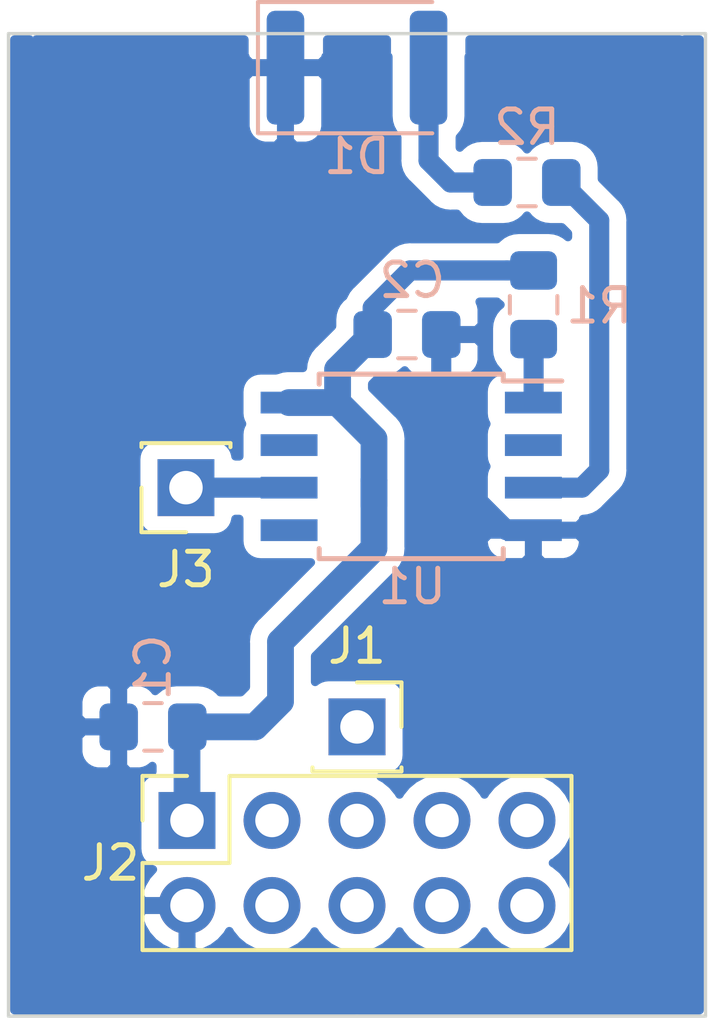
<source format=kicad_pcb>
(kicad_pcb (version 20171130) (host pcbnew 5.0.2+dfsg1-1)

  (general
    (thickness 1.6)
    (drawings 5)
    (tracks 30)
    (zones 0)
    (modules 9)
    (nets 19)
  )

  (page A4)
  (layers
    (0 F.Cu signal)
    (31 B.Cu signal)
    (32 B.Adhes user)
    (33 F.Adhes user)
    (34 B.Paste user)
    (35 F.Paste user)
    (36 B.SilkS user)
    (37 F.SilkS user)
    (38 B.Mask user)
    (39 F.Mask user)
    (40 Dwgs.User user)
    (41 Cmts.User user)
    (42 Eco1.User user)
    (43 Eco2.User user)
    (44 Edge.Cuts user)
    (45 Margin user)
    (46 B.CrtYd user)
    (47 F.CrtYd user)
    (48 B.Fab user hide)
    (49 F.Fab user hide)
  )

  (setup
    (last_trace_width 0.8)
    (user_trace_width 0.3)
    (user_trace_width 0.4)
    (user_trace_width 0.5)
    (user_trace_width 0.6)
    (user_trace_width 0.7)
    (user_trace_width 0.8)
    (user_trace_width 0.9)
    (user_trace_width 1)
    (trace_clearance 0.2)
    (zone_clearance 0.254)
    (zone_45_only no)
    (trace_min 0.2)
    (segment_width 0.2)
    (edge_width 0.1)
    (via_size 0.8)
    (via_drill 0.4)
    (via_min_size 0.4)
    (via_min_drill 0.3)
    (uvia_size 0.3)
    (uvia_drill 0.1)
    (uvias_allowed no)
    (uvia_min_size 0.2)
    (uvia_min_drill 0.1)
    (pcb_text_width 0.3)
    (pcb_text_size 1.5 1.5)
    (mod_edge_width 0.15)
    (mod_text_size 1 1)
    (mod_text_width 0.15)
    (pad_size 1.5 1.5)
    (pad_drill 0.6)
    (pad_to_mask_clearance 0)
    (solder_mask_min_width 0.25)
    (aux_axis_origin 0 0)
    (visible_elements FFFFFF7F)
    (pcbplotparams
      (layerselection 0x01000_fffffffe)
      (usegerberextensions false)
      (usegerberattributes false)
      (usegerberadvancedattributes false)
      (creategerberjobfile false)
      (excludeedgelayer true)
      (linewidth 0.100000)
      (plotframeref false)
      (viasonmask false)
      (mode 1)
      (useauxorigin false)
      (hpglpennumber 1)
      (hpglpenspeed 20)
      (hpglpendiameter 15.000000)
      (psnegative false)
      (psa4output false)
      (plotreference true)
      (plotvalue true)
      (plotinvisibletext false)
      (padsonsilk false)
      (subtractmaskfromsilk false)
      (outputformat 1)
      (mirror false)
      (drillshape 0)
      (scaleselection 1)
      (outputdirectory ""))
  )

  (net 0 "")
  (net 1 GND)
  (net 2 +5V)
  (net 3 "Net-(D1-Pad2)")
  (net 4 "Net-(J1-Pad1)")
  (net 5 "Net-(J2-Pad3)")
  (net 6 "Net-(J2-Pad4)")
  (net 7 "Net-(J2-Pad5)")
  (net 8 "Net-(J2-Pad6)")
  (net 9 "Net-(J2-Pad7)")
  (net 10 "Net-(J2-Pad8)")
  (net 11 "Net-(J2-Pad9)")
  (net 12 "Net-(J2-Pad10)")
  (net 13 "Net-(J3-Pad1)")
  (net 14 "Net-(R1-Pad2)")
  (net 15 "Net-(R2-Pad1)")
  (net 16 "Net-(U1-Pad2)")
  (net 17 "Net-(U1-Pad5)")
  (net 18 "Net-(U1-Pad7)")

  (net_class Default "This is the default net class."
    (clearance 0.2)
    (trace_width 0.25)
    (via_dia 0.8)
    (via_drill 0.4)
    (uvia_dia 0.3)
    (uvia_drill 0.1)
    (add_net +5V)
    (add_net GND)
    (add_net "Net-(D1-Pad2)")
    (add_net "Net-(J1-Pad1)")
    (add_net "Net-(J2-Pad10)")
    (add_net "Net-(J2-Pad3)")
    (add_net "Net-(J2-Pad4)")
    (add_net "Net-(J2-Pad5)")
    (add_net "Net-(J2-Pad6)")
    (add_net "Net-(J2-Pad7)")
    (add_net "Net-(J2-Pad8)")
    (add_net "Net-(J2-Pad9)")
    (add_net "Net-(J3-Pad1)")
    (add_net "Net-(R1-Pad2)")
    (add_net "Net-(R2-Pad1)")
    (add_net "Net-(U1-Pad2)")
    (add_net "Net-(U1-Pad5)")
    (add_net "Net-(U1-Pad7)")
  )

  (module Capacitor_SMD:C_0805_2012Metric_Pad1.15x1.40mm_HandSolder (layer B.Cu) (tedit 5B36C52B) (tstamp 5F680626)
    (at 105.41 98.044 180)
    (descr "Capacitor SMD 0805 (2012 Metric), square (rectangular) end terminal, IPC_7351 nominal with elongated pad for handsoldering. (Body size source: https://docs.google.com/spreadsheets/d/1BsfQQcO9C6DZCsRaXUlFlo91Tg2WpOkGARC1WS5S8t0/edit?usp=sharing), generated with kicad-footprint-generator")
    (tags "capacitor handsolder")
    (path /5F65D1A4)
    (attr smd)
    (fp_text reference C1 (at 0 1.778 -90) (layer B.SilkS)
      (effects (font (size 1 1) (thickness 0.15)) (justify mirror))
    )
    (fp_text value 10u (at 0 -1.65 180) (layer B.Fab)
      (effects (font (size 1 1) (thickness 0.15)) (justify mirror))
    )
    (fp_text user %R (at 0 0 180) (layer B.Fab)
      (effects (font (size 0.5 0.5) (thickness 0.08)) (justify mirror))
    )
    (fp_line (start 1.85 -0.95) (end -1.85 -0.95) (layer B.CrtYd) (width 0.05))
    (fp_line (start 1.85 0.95) (end 1.85 -0.95) (layer B.CrtYd) (width 0.05))
    (fp_line (start -1.85 0.95) (end 1.85 0.95) (layer B.CrtYd) (width 0.05))
    (fp_line (start -1.85 -0.95) (end -1.85 0.95) (layer B.CrtYd) (width 0.05))
    (fp_line (start -0.261252 -0.71) (end 0.261252 -0.71) (layer B.SilkS) (width 0.12))
    (fp_line (start -0.261252 0.71) (end 0.261252 0.71) (layer B.SilkS) (width 0.12))
    (fp_line (start 1 -0.6) (end -1 -0.6) (layer B.Fab) (width 0.1))
    (fp_line (start 1 0.6) (end 1 -0.6) (layer B.Fab) (width 0.1))
    (fp_line (start -1 0.6) (end 1 0.6) (layer B.Fab) (width 0.1))
    (fp_line (start -1 -0.6) (end -1 0.6) (layer B.Fab) (width 0.1))
    (pad 2 smd roundrect (at 1.025 0 180) (size 1.15 1.4) (layers B.Cu B.Paste B.Mask) (roundrect_rratio 0.217391)
      (net 1 GND))
    (pad 1 smd roundrect (at -1.025 0 180) (size 1.15 1.4) (layers B.Cu B.Paste B.Mask) (roundrect_rratio 0.217391)
      (net 2 +5V))
    (model ${KISYS3DMOD}/Capacitor_SMD.3dshapes/C_0805_2012Metric.wrl
      (at (xyz 0 0 0))
      (scale (xyz 1 1 1))
      (rotate (xyz 0 0 0))
    )
  )

  (module Capacitor_SMD:C_0805_2012Metric_Pad1.15x1.40mm_HandSolder (layer B.Cu) (tedit 5B36C52B) (tstamp 5F67FFF1)
    (at 112.999098 86.328214)
    (descr "Capacitor SMD 0805 (2012 Metric), square (rectangular) end terminal, IPC_7351 nominal with elongated pad for handsoldering. (Body size source: https://docs.google.com/spreadsheets/d/1BsfQQcO9C6DZCsRaXUlFlo91Tg2WpOkGARC1WS5S8t0/edit?usp=sharing), generated with kicad-footprint-generator")
    (tags "capacitor handsolder")
    (path /5F65D118)
    (attr smd)
    (fp_text reference C2 (at 0.157902 -1.619214) (layer B.SilkS)
      (effects (font (size 1 1) (thickness 0.15)) (justify mirror))
    )
    (fp_text value 100n (at 0 -1.65) (layer B.Fab)
      (effects (font (size 1 1) (thickness 0.15)) (justify mirror))
    )
    (fp_line (start -1 -0.6) (end -1 0.6) (layer B.Fab) (width 0.1))
    (fp_line (start -1 0.6) (end 1 0.6) (layer B.Fab) (width 0.1))
    (fp_line (start 1 0.6) (end 1 -0.6) (layer B.Fab) (width 0.1))
    (fp_line (start 1 -0.6) (end -1 -0.6) (layer B.Fab) (width 0.1))
    (fp_line (start -0.261252 0.71) (end 0.261252 0.71) (layer B.SilkS) (width 0.12))
    (fp_line (start -0.261252 -0.71) (end 0.261252 -0.71) (layer B.SilkS) (width 0.12))
    (fp_line (start -1.85 -0.95) (end -1.85 0.95) (layer B.CrtYd) (width 0.05))
    (fp_line (start -1.85 0.95) (end 1.85 0.95) (layer B.CrtYd) (width 0.05))
    (fp_line (start 1.85 0.95) (end 1.85 -0.95) (layer B.CrtYd) (width 0.05))
    (fp_line (start 1.85 -0.95) (end -1.85 -0.95) (layer B.CrtYd) (width 0.05))
    (fp_text user %R (at 0 0) (layer B.Fab)
      (effects (font (size 0.5 0.5) (thickness 0.08)) (justify mirror))
    )
    (pad 1 smd roundrect (at -1.025 0) (size 1.15 1.4) (layers B.Cu B.Paste B.Mask) (roundrect_rratio 0.217391)
      (net 2 +5V))
    (pad 2 smd roundrect (at 1.025 0) (size 1.15 1.4) (layers B.Cu B.Paste B.Mask) (roundrect_rratio 0.217391)
      (net 1 GND))
    (model ${KISYS3DMOD}/Capacitor_SMD.3dshapes/C_0805_2012Metric.wrl
      (at (xyz 0 0 0))
      (scale (xyz 1 1 1))
      (rotate (xyz 0 0 0))
    )
  )

  (module Diode_SMD:D_1812_4532Metric (layer B.Cu) (tedit 5B301BBE) (tstamp 5F680E71)
    (at 111.506 78.359)
    (descr "Diode SMD 1812 (4532 Metric), square (rectangular) end terminal, IPC_7351 nominal, (Body size source: https://www.nikhef.nl/pub/departments/mt/projects/detectorR_D/dtddice/ERJ2G.pdf), generated with kicad-footprint-generator")
    (tags diode)
    (path /5F67C33C)
    (attr smd)
    (fp_text reference D1 (at 0 2.65) (layer B.SilkS)
      (effects (font (size 1 1) (thickness 0.15)) (justify mirror))
    )
    (fp_text value IR (at 0 -2.65) (layer B.Fab)
      (effects (font (size 1 1) (thickness 0.15)) (justify mirror))
    )
    (fp_line (start 2.25 1.6) (end -1.45 1.6) (layer B.Fab) (width 0.1))
    (fp_line (start -1.45 1.6) (end -2.25 0.8) (layer B.Fab) (width 0.1))
    (fp_line (start -2.25 0.8) (end -2.25 -1.6) (layer B.Fab) (width 0.1))
    (fp_line (start -2.25 -1.6) (end 2.25 -1.6) (layer B.Fab) (width 0.1))
    (fp_line (start 2.25 -1.6) (end 2.25 1.6) (layer B.Fab) (width 0.1))
    (fp_line (start 2.25 1.96) (end -2.96 1.96) (layer B.SilkS) (width 0.12))
    (fp_line (start -2.96 1.96) (end -2.96 -1.96) (layer B.SilkS) (width 0.12))
    (fp_line (start -2.96 -1.96) (end 2.25 -1.96) (layer B.SilkS) (width 0.12))
    (fp_line (start -2.95 -1.95) (end -2.95 1.95) (layer B.CrtYd) (width 0.05))
    (fp_line (start -2.95 1.95) (end 2.95 1.95) (layer B.CrtYd) (width 0.05))
    (fp_line (start 2.95 1.95) (end 2.95 -1.95) (layer B.CrtYd) (width 0.05))
    (fp_line (start 2.95 -1.95) (end -2.95 -1.95) (layer B.CrtYd) (width 0.05))
    (fp_text user %R (at 0 0) (layer B.Fab)
      (effects (font (size 1 1) (thickness 0.15)) (justify mirror))
    )
    (pad 1 smd roundrect (at -2.1375 0) (size 1.125 3.4) (layers B.Cu B.Paste B.Mask) (roundrect_rratio 0.222222)
      (net 1 GND))
    (pad 2 smd roundrect (at 2.1375 0) (size 1.125 3.4) (layers B.Cu B.Paste B.Mask) (roundrect_rratio 0.222222)
      (net 3 "Net-(D1-Pad2)"))
    (model ${KISYS3DMOD}/Diode_SMD.3dshapes/D_1812_4532Metric.wrl
      (at (xyz 0 0 0))
      (scale (xyz 1 1 1))
      (rotate (xyz 0 0 0))
    )
  )

  (module Connector_PinSocket_2.54mm:PinSocket_1x01_P2.54mm_Vertical (layer F.Cu) (tedit 5A19A434) (tstamp 5F680018)
    (at 111.506 98.044)
    (descr "Through hole straight socket strip, 1x01, 2.54mm pitch, single row (from Kicad 4.0.7), script generated")
    (tags "Through hole socket strip THT 1x01 2.54mm single row")
    (path /5F65CD21)
    (fp_text reference J1 (at 0 -2.413) (layer F.SilkS)
      (effects (font (size 1 1) (thickness 0.15)))
    )
    (fp_text value Notch (at 0 2.77) (layer F.Fab)
      (effects (font (size 1 1) (thickness 0.15)))
    )
    (fp_line (start -1.27 -1.27) (end 0.635 -1.27) (layer F.Fab) (width 0.1))
    (fp_line (start 0.635 -1.27) (end 1.27 -0.635) (layer F.Fab) (width 0.1))
    (fp_line (start 1.27 -0.635) (end 1.27 1.27) (layer F.Fab) (width 0.1))
    (fp_line (start 1.27 1.27) (end -1.27 1.27) (layer F.Fab) (width 0.1))
    (fp_line (start -1.27 1.27) (end -1.27 -1.27) (layer F.Fab) (width 0.1))
    (fp_line (start -1.33 1.33) (end 1.33 1.33) (layer F.SilkS) (width 0.12))
    (fp_line (start -1.33 1.21) (end -1.33 1.33) (layer F.SilkS) (width 0.12))
    (fp_line (start 1.33 1.21) (end 1.33 1.33) (layer F.SilkS) (width 0.12))
    (fp_line (start 1.33 -1.33) (end 1.33 0) (layer F.SilkS) (width 0.12))
    (fp_line (start 0 -1.33) (end 1.33 -1.33) (layer F.SilkS) (width 0.12))
    (fp_line (start -1.8 -1.8) (end 1.75 -1.8) (layer F.CrtYd) (width 0.05))
    (fp_line (start 1.75 -1.8) (end 1.75 1.75) (layer F.CrtYd) (width 0.05))
    (fp_line (start 1.75 1.75) (end -1.8 1.75) (layer F.CrtYd) (width 0.05))
    (fp_line (start -1.8 1.75) (end -1.8 -1.8) (layer F.CrtYd) (width 0.05))
    (fp_text user %R (at 0 0) (layer F.Fab)
      (effects (font (size 1 1) (thickness 0.15)))
    )
    (pad 1 thru_hole rect (at 0 0) (size 1.7 1.7) (drill 1) (layers *.Cu *.Mask)
      (net 4 "Net-(J1-Pad1)"))
    (model ${KISYS3DMOD}/Connector_PinSocket_2.54mm.3dshapes/PinSocket_1x01_P2.54mm_Vertical.wrl
      (at (xyz 0 0 0))
      (scale (xyz 1 1 1))
      (rotate (xyz 0 0 0))
    )
  )

  (module Connector_PinSocket_2.54mm:PinSocket_2x05_P2.54mm_Vertical (layer F.Cu) (tedit 5A19A42B) (tstamp 5F6E5817)
    (at 106.426 100.838 90)
    (descr "Through hole straight socket strip, 2x05, 2.54mm pitch, double cols (from Kicad 4.0.7), script generated")
    (tags "Through hole socket strip THT 2x05 2.54mm double row")
    (path /5F65C7AC)
    (fp_text reference J2 (at -1.27 -2.286 -180) (layer F.SilkS)
      (effects (font (size 1 1) (thickness 0.15)))
    )
    (fp_text value EXP2 (at -1.27 12.93 90) (layer F.Fab)
      (effects (font (size 1 1) (thickness 0.15)))
    )
    (fp_line (start -3.81 -1.27) (end 0.27 -1.27) (layer F.Fab) (width 0.1))
    (fp_line (start 0.27 -1.27) (end 1.27 -0.27) (layer F.Fab) (width 0.1))
    (fp_line (start 1.27 -0.27) (end 1.27 11.43) (layer F.Fab) (width 0.1))
    (fp_line (start 1.27 11.43) (end -3.81 11.43) (layer F.Fab) (width 0.1))
    (fp_line (start -3.81 11.43) (end -3.81 -1.27) (layer F.Fab) (width 0.1))
    (fp_line (start -3.87 -1.33) (end -1.27 -1.33) (layer F.SilkS) (width 0.12))
    (fp_line (start -3.87 -1.33) (end -3.87 11.49) (layer F.SilkS) (width 0.12))
    (fp_line (start -3.87 11.49) (end 1.33 11.49) (layer F.SilkS) (width 0.12))
    (fp_line (start 1.33 1.27) (end 1.33 11.49) (layer F.SilkS) (width 0.12))
    (fp_line (start -1.27 1.27) (end 1.33 1.27) (layer F.SilkS) (width 0.12))
    (fp_line (start -1.27 -1.33) (end -1.27 1.27) (layer F.SilkS) (width 0.12))
    (fp_line (start 1.33 -1.33) (end 1.33 0) (layer F.SilkS) (width 0.12))
    (fp_line (start 0 -1.33) (end 1.33 -1.33) (layer F.SilkS) (width 0.12))
    (fp_line (start -4.34 -1.8) (end 1.76 -1.8) (layer F.CrtYd) (width 0.05))
    (fp_line (start 1.76 -1.8) (end 1.76 11.9) (layer F.CrtYd) (width 0.05))
    (fp_line (start 1.76 11.9) (end -4.34 11.9) (layer F.CrtYd) (width 0.05))
    (fp_line (start -4.34 11.9) (end -4.34 -1.8) (layer F.CrtYd) (width 0.05))
    (fp_text user %R (at -1.27 5.08 -180) (layer F.Fab)
      (effects (font (size 1 1) (thickness 0.15)))
    )
    (pad 1 thru_hole rect (at 0 0 90) (size 1.7 1.7) (drill 1) (layers *.Cu *.Mask)
      (net 2 +5V))
    (pad 2 thru_hole oval (at -2.54 0 90) (size 1.7 1.7) (drill 1) (layers *.Cu *.Mask)
      (net 1 GND))
    (pad 3 thru_hole oval (at 0 2.54 90) (size 1.7 1.7) (drill 1) (layers *.Cu *.Mask)
      (net 5 "Net-(J2-Pad3)"))
    (pad 4 thru_hole oval (at -2.54 2.54 90) (size 1.7 1.7) (drill 1) (layers *.Cu *.Mask)
      (net 6 "Net-(J2-Pad4)"))
    (pad 5 thru_hole oval (at 0 5.08 90) (size 1.7 1.7) (drill 1) (layers *.Cu *.Mask)
      (net 7 "Net-(J2-Pad5)"))
    (pad 6 thru_hole oval (at -2.54 5.08 90) (size 1.7 1.7) (drill 1) (layers *.Cu *.Mask)
      (net 8 "Net-(J2-Pad6)"))
    (pad 7 thru_hole oval (at 0 7.62 90) (size 1.7 1.7) (drill 1) (layers *.Cu *.Mask)
      (net 9 "Net-(J2-Pad7)"))
    (pad 8 thru_hole oval (at -2.54 7.62 90) (size 1.7 1.7) (drill 1) (layers *.Cu *.Mask)
      (net 10 "Net-(J2-Pad8)"))
    (pad 9 thru_hole oval (at 0 10.16 90) (size 1.7 1.7) (drill 1) (layers *.Cu *.Mask)
      (net 11 "Net-(J2-Pad9)"))
    (pad 10 thru_hole oval (at -2.54 10.16 90) (size 1.7 1.7) (drill 1) (layers *.Cu *.Mask)
      (net 12 "Net-(J2-Pad10)"))
    (model ${KISYS3DMOD}/Connector_PinSocket_2.54mm.3dshapes/PinSocket_2x05_P2.54mm_Vertical.wrl
      (at (xyz 0 0 0))
      (scale (xyz 1 1 1))
      (rotate (xyz 0 0 0))
    )
  )

  (module Connector_PinSocket_2.54mm:PinSocket_1x01_P2.54mm_Vertical (layer F.Cu) (tedit 5A19A434) (tstamp 5F680689)
    (at 106.395098 90.900214 180)
    (descr "Through hole straight socket strip, 1x01, 2.54mm pitch, single row (from Kicad 4.0.7), script generated")
    (tags "Through hole socket strip THT 1x01 2.54mm single row")
    (path /5F6623C7)
    (fp_text reference J3 (at 0 -2.444786 180) (layer F.SilkS)
      (effects (font (size 1 1) (thickness 0.15)))
    )
    (fp_text value PIN29 (at 0 2.77 180) (layer F.Fab)
      (effects (font (size 1 1) (thickness 0.15)))
    )
    (fp_text user %R (at 0 0 180) (layer F.Fab)
      (effects (font (size 1 1) (thickness 0.15)))
    )
    (fp_line (start -1.8 1.75) (end -1.8 -1.8) (layer F.CrtYd) (width 0.05))
    (fp_line (start 1.75 1.75) (end -1.8 1.75) (layer F.CrtYd) (width 0.05))
    (fp_line (start 1.75 -1.8) (end 1.75 1.75) (layer F.CrtYd) (width 0.05))
    (fp_line (start -1.8 -1.8) (end 1.75 -1.8) (layer F.CrtYd) (width 0.05))
    (fp_line (start 0 -1.33) (end 1.33 -1.33) (layer F.SilkS) (width 0.12))
    (fp_line (start 1.33 -1.33) (end 1.33 0) (layer F.SilkS) (width 0.12))
    (fp_line (start 1.33 1.21) (end 1.33 1.33) (layer F.SilkS) (width 0.12))
    (fp_line (start -1.33 1.21) (end -1.33 1.33) (layer F.SilkS) (width 0.12))
    (fp_line (start -1.33 1.33) (end 1.33 1.33) (layer F.SilkS) (width 0.12))
    (fp_line (start -1.27 1.27) (end -1.27 -1.27) (layer F.Fab) (width 0.1))
    (fp_line (start 1.27 1.27) (end -1.27 1.27) (layer F.Fab) (width 0.1))
    (fp_line (start 1.27 -0.635) (end 1.27 1.27) (layer F.Fab) (width 0.1))
    (fp_line (start 0.635 -1.27) (end 1.27 -0.635) (layer F.Fab) (width 0.1))
    (fp_line (start -1.27 -1.27) (end 0.635 -1.27) (layer F.Fab) (width 0.1))
    (pad 1 thru_hole rect (at 0 0 180) (size 1.7 1.7) (drill 1) (layers *.Cu *.Mask)
      (net 13 "Net-(J3-Pad1)"))
    (model ${KISYS3DMOD}/Connector_PinSocket_2.54mm.3dshapes/PinSocket_1x01_P2.54mm_Vertical.wrl
      (at (xyz 0 0 0))
      (scale (xyz 1 1 1))
      (rotate (xyz 0 0 0))
    )
  )

  (module Resistor_SMD:R_0805_2012Metric_Pad1.15x1.40mm_HandSolder (layer B.Cu) (tedit 5B36C52B) (tstamp 5F6807B4)
    (at 116.783698 85.439214 270)
    (descr "Resistor SMD 0805 (2012 Metric), square (rectangular) end terminal, IPC_7351 nominal with elongated pad for handsoldering. (Body size source: https://docs.google.com/spreadsheets/d/1BsfQQcO9C6DZCsRaXUlFlo91Tg2WpOkGARC1WS5S8t0/edit?usp=sharing), generated with kicad-footprint-generator")
    (tags "resistor handsolder")
    (path /5F65E811)
    (attr smd)
    (fp_text reference R1 (at 0.031786 -1.961302) (layer B.SilkS)
      (effects (font (size 1 1) (thickness 0.15)) (justify mirror))
    )
    (fp_text value 10k (at 0 -1.65 270) (layer B.Fab)
      (effects (font (size 1 1) (thickness 0.15)) (justify mirror))
    )
    (fp_line (start -1 -0.6) (end -1 0.6) (layer B.Fab) (width 0.1))
    (fp_line (start -1 0.6) (end 1 0.6) (layer B.Fab) (width 0.1))
    (fp_line (start 1 0.6) (end 1 -0.6) (layer B.Fab) (width 0.1))
    (fp_line (start 1 -0.6) (end -1 -0.6) (layer B.Fab) (width 0.1))
    (fp_line (start -0.261252 0.71) (end 0.261252 0.71) (layer B.SilkS) (width 0.12))
    (fp_line (start -0.261252 -0.71) (end 0.261252 -0.71) (layer B.SilkS) (width 0.12))
    (fp_line (start -1.85 -0.95) (end -1.85 0.95) (layer B.CrtYd) (width 0.05))
    (fp_line (start -1.85 0.95) (end 1.85 0.95) (layer B.CrtYd) (width 0.05))
    (fp_line (start 1.85 0.95) (end 1.85 -0.95) (layer B.CrtYd) (width 0.05))
    (fp_line (start 1.85 -0.95) (end -1.85 -0.95) (layer B.CrtYd) (width 0.05))
    (fp_text user %R (at 0 0 270) (layer B.Fab)
      (effects (font (size 0.5 0.5) (thickness 0.08)) (justify mirror))
    )
    (pad 1 smd roundrect (at -1.025 0 270) (size 1.15 1.4) (layers B.Cu B.Paste B.Mask) (roundrect_rratio 0.217391)
      (net 2 +5V))
    (pad 2 smd roundrect (at 1.025 0 270) (size 1.15 1.4) (layers B.Cu B.Paste B.Mask) (roundrect_rratio 0.217391)
      (net 14 "Net-(R1-Pad2)"))
    (model ${KISYS3DMOD}/Resistor_SMD.3dshapes/R_0805_2012Metric.wrl
      (at (xyz 0 0 0))
      (scale (xyz 1 1 1))
      (rotate (xyz 0 0 0))
    )
  )

  (module Resistor_SMD:R_0805_2012Metric_Pad1.15x1.40mm_HandSolder (layer B.Cu) (tedit 5B36C52B) (tstamp 5F68006E)
    (at 116.586 81.788 180)
    (descr "Resistor SMD 0805 (2012 Metric), square (rectangular) end terminal, IPC_7351 nominal with elongated pad for handsoldering. (Body size source: https://docs.google.com/spreadsheets/d/1BsfQQcO9C6DZCsRaXUlFlo91Tg2WpOkGARC1WS5S8t0/edit?usp=sharing), generated with kicad-footprint-generator")
    (tags "resistor handsolder")
    (path /5F6795E6)
    (attr smd)
    (fp_text reference R2 (at 0 1.65 180) (layer B.SilkS)
      (effects (font (size 1 1) (thickness 0.15)) (justify mirror))
    )
    (fp_text value 220R (at 0 -1.65 180) (layer B.Fab)
      (effects (font (size 1 1) (thickness 0.15)) (justify mirror))
    )
    (fp_line (start -1 -0.6) (end -1 0.6) (layer B.Fab) (width 0.1))
    (fp_line (start -1 0.6) (end 1 0.6) (layer B.Fab) (width 0.1))
    (fp_line (start 1 0.6) (end 1 -0.6) (layer B.Fab) (width 0.1))
    (fp_line (start 1 -0.6) (end -1 -0.6) (layer B.Fab) (width 0.1))
    (fp_line (start -0.261252 0.71) (end 0.261252 0.71) (layer B.SilkS) (width 0.12))
    (fp_line (start -0.261252 -0.71) (end 0.261252 -0.71) (layer B.SilkS) (width 0.12))
    (fp_line (start -1.85 -0.95) (end -1.85 0.95) (layer B.CrtYd) (width 0.05))
    (fp_line (start -1.85 0.95) (end 1.85 0.95) (layer B.CrtYd) (width 0.05))
    (fp_line (start 1.85 0.95) (end 1.85 -0.95) (layer B.CrtYd) (width 0.05))
    (fp_line (start 1.85 -0.95) (end -1.85 -0.95) (layer B.CrtYd) (width 0.05))
    (fp_text user %R (at 0 0 180) (layer B.Fab)
      (effects (font (size 0.5 0.5) (thickness 0.08)) (justify mirror))
    )
    (pad 1 smd roundrect (at -1.025 0 180) (size 1.15 1.4) (layers B.Cu B.Paste B.Mask) (roundrect_rratio 0.217391)
      (net 15 "Net-(R2-Pad1)"))
    (pad 2 smd roundrect (at 1.025 0 180) (size 1.15 1.4) (layers B.Cu B.Paste B.Mask) (roundrect_rratio 0.217391)
      (net 3 "Net-(D1-Pad2)"))
    (model ${KISYS3DMOD}/Resistor_SMD.3dshapes/R_0805_2012Metric.wrl
      (at (xyz 0 0 0))
      (scale (xyz 1 1 1))
      (rotate (xyz 0 0 0))
    )
  )

  (module Package_SO:SOIJ-8_5.3x5.3mm_P1.27mm (layer B.Cu) (tedit 5A02F2D3) (tstamp 5F68055A)
    (at 113.126098 90.265214 180)
    (descr "8-Lead Plastic Small Outline (SM) - Medium, 5.28 mm Body [SOIC] (see Microchip Packaging Specification 00000049BS.pdf)")
    (tags "SOIC 1.27")
    (path /5F65C522)
    (attr smd)
    (fp_text reference U1 (at -0.030902 -3.587786 180) (layer B.SilkS)
      (effects (font (size 1 1) (thickness 0.15)) (justify mirror))
    )
    (fp_text value ATtiny13A-SU (at 0 -3.68 180) (layer B.Fab)
      (effects (font (size 1 1) (thickness 0.15)) (justify mirror))
    )
    (fp_text user %R (at 0 0 180) (layer B.Fab)
      (effects (font (size 1 1) (thickness 0.15)) (justify mirror))
    )
    (fp_line (start -1.65 2.65) (end 2.65 2.65) (layer B.Fab) (width 0.15))
    (fp_line (start 2.65 2.65) (end 2.65 -2.65) (layer B.Fab) (width 0.15))
    (fp_line (start 2.65 -2.65) (end -2.65 -2.65) (layer B.Fab) (width 0.15))
    (fp_line (start -2.65 -2.65) (end -2.65 1.65) (layer B.Fab) (width 0.15))
    (fp_line (start -2.65 1.65) (end -1.65 2.65) (layer B.Fab) (width 0.15))
    (fp_line (start -4.75 2.95) (end -4.75 -2.95) (layer B.CrtYd) (width 0.05))
    (fp_line (start 4.75 2.95) (end 4.75 -2.95) (layer B.CrtYd) (width 0.05))
    (fp_line (start -4.75 2.95) (end 4.75 2.95) (layer B.CrtYd) (width 0.05))
    (fp_line (start -4.75 -2.95) (end 4.75 -2.95) (layer B.CrtYd) (width 0.05))
    (fp_line (start -2.75 2.755) (end -2.75 2.55) (layer B.SilkS) (width 0.15))
    (fp_line (start 2.75 2.755) (end 2.75 2.455) (layer B.SilkS) (width 0.15))
    (fp_line (start 2.75 -2.755) (end 2.75 -2.455) (layer B.SilkS) (width 0.15))
    (fp_line (start -2.75 -2.755) (end -2.75 -2.455) (layer B.SilkS) (width 0.15))
    (fp_line (start -2.75 2.755) (end 2.75 2.755) (layer B.SilkS) (width 0.15))
    (fp_line (start -2.75 -2.755) (end 2.75 -2.755) (layer B.SilkS) (width 0.15))
    (fp_line (start -2.75 2.55) (end -4.5 2.55) (layer B.SilkS) (width 0.15))
    (pad 1 smd rect (at -3.65 1.905 180) (size 1.7 0.65) (layers B.Cu B.Paste B.Mask)
      (net 14 "Net-(R1-Pad2)"))
    (pad 2 smd rect (at -3.65 0.635 180) (size 1.7 0.65) (layers B.Cu B.Paste B.Mask)
      (net 16 "Net-(U1-Pad2)"))
    (pad 3 smd rect (at -3.65 -0.635 180) (size 1.7 0.65) (layers B.Cu B.Paste B.Mask)
      (net 15 "Net-(R2-Pad1)"))
    (pad 4 smd rect (at -3.65 -1.905 180) (size 1.7 0.65) (layers B.Cu B.Paste B.Mask)
      (net 1 GND))
    (pad 5 smd rect (at 3.65 -1.905 180) (size 1.7 0.65) (layers B.Cu B.Paste B.Mask)
      (net 17 "Net-(U1-Pad5)"))
    (pad 6 smd rect (at 3.65 -0.635 180) (size 1.7 0.65) (layers B.Cu B.Paste B.Mask)
      (net 13 "Net-(J3-Pad1)"))
    (pad 7 smd rect (at 3.65 0.635 180) (size 1.7 0.65) (layers B.Cu B.Paste B.Mask)
      (net 18 "Net-(U1-Pad7)"))
    (pad 8 smd rect (at 3.65 1.905 180) (size 1.7 0.65) (layers B.Cu B.Paste B.Mask)
      (net 2 +5V))
    (model ${KISYS3DMOD}/Package_SO.3dshapes/SOIJ-8_5.3x5.3mm_P1.27mm.wrl
      (at (xyz 0 0 0))
      (scale (xyz 1 1 1))
      (rotate (xyz 0 0 0))
    )
  )

  (gr_line (start 101.092 106.68) (end 111.506 106.68) (layer Edge.Cuts) (width 0.1))
  (gr_line (start 101.092 77.343) (end 101.092 106.68) (layer Edge.Cuts) (width 0.1))
  (gr_line (start 121.92 77.343) (end 101.092 77.343) (layer Edge.Cuts) (width 0.1) (tstamp 5F680E96))
  (gr_line (start 121.92 106.68) (end 121.92 77.343) (layer Edge.Cuts) (width 0.1))
  (gr_line (start 111.506 106.68) (end 121.92 106.68) (layer Edge.Cuts) (width 0.1))

  (segment (start 115.971096 92.170214) (end 116.776098 92.170214) (width 0.6) (layer B.Cu) (net 1))
  (segment (start 114.024098 90.223216) (end 115.971096 92.170214) (width 0.6) (layer B.Cu) (net 1))
  (segment (start 114.024098 86.328214) (end 114.024098 90.223216) (width 0.6) (layer B.Cu) (net 1))
  (segment (start 115.983698 84.414214) (end 116.783698 84.414214) (width 0.6) (layer B.Cu) (net 2))
  (segment (start 113.088098 84.414214) (end 115.983698 84.414214) (width 0.6) (layer B.Cu) (net 2))
  (segment (start 111.974098 85.528214) (end 113.088098 84.414214) (width 0.6) (layer B.Cu) (net 2))
  (segment (start 111.974098 86.328214) (end 111.974098 85.528214) (width 0.6) (layer B.Cu) (net 2))
  (segment (start 112.014 89.448116) (end 110.926098 88.360214) (width 0.8) (layer B.Cu) (net 2))
  (segment (start 109.476098 88.360214) (end 110.926098 88.360214) (width 0.8) (layer B.Cu) (net 2))
  (segment (start 110.926098 87.376214) (end 111.974098 86.328214) (width 0.8) (layer B.Cu) (net 2))
  (segment (start 110.926098 88.360214) (end 110.926098 87.376214) (width 0.8) (layer B.Cu) (net 2))
  (segment (start 112.014 90.678) (end 112.014 89.448116) (width 0.8) (layer B.Cu) (net 2))
  (segment (start 112.014 92.71) (end 109.22 95.504) (width 0.8) (layer B.Cu) (net 2))
  (segment (start 112.014 90.678) (end 112.014 92.71) (width 0.8) (layer B.Cu) (net 2))
  (segment (start 112.014 91.44) (end 112.014 90.678) (width 0.8) (layer B.Cu) (net 2))
  (segment (start 109.22 95.504) (end 109.22 97.282) (width 0.8) (layer B.Cu) (net 2))
  (segment (start 109.22 97.282) (end 108.458 98.044) (width 0.8) (layer B.Cu) (net 2))
  (segment (start 108.458 98.044) (end 106.435 98.044) (width 0.8) (layer B.Cu) (net 2))
  (segment (start 106.426 98.053) (end 106.435 98.044) (width 0.8) (layer B.Cu) (net 2))
  (segment (start 106.426 100.838) (end 106.426 98.053) (width 0.8) (layer B.Cu) (net 2))
  (segment (start 115.561 81.788) (end 114.3 81.788) (width 0.6) (layer B.Cu) (net 3))
  (segment (start 113.6435 81.1315) (end 113.6435 78.359) (width 0.6) (layer B.Cu) (net 3))
  (segment (start 114.3 81.788) (end 113.6435 81.1315) (width 0.6) (layer B.Cu) (net 3))
  (segment (start 109.476098 90.900214) (end 106.395098 90.900214) (width 0.6) (layer B.Cu) (net 13))
  (segment (start 116.783698 88.352614) (end 116.776098 88.360214) (width 0.6) (layer B.Cu) (net 14))
  (segment (start 116.783698 86.464214) (end 116.783698 88.352614) (width 0.6) (layer B.Cu) (net 14))
  (segment (start 118.226098 90.900214) (end 118.745 90.381312) (width 0.6) (layer B.Cu) (net 15))
  (segment (start 116.776098 90.900214) (end 118.226098 90.900214) (width 0.6) (layer B.Cu) (net 15))
  (segment (start 118.745 82.922) (end 117.611 81.788) (width 0.6) (layer B.Cu) (net 15))
  (segment (start 118.745 90.381312) (end 118.745 82.922) (width 0.6) (layer B.Cu) (net 15))

  (zone (net 1) (net_name GND) (layer B.Cu) (tstamp 5F6E5AC7) (hatch edge 0.508)
    (connect_pads (clearance 0.508))
    (min_thickness 0.254)
    (fill yes (arc_segments 32) (thermal_gap 0.508) (thermal_bridge_width 0.508))
    (polygon
      (pts
        (xy 101.092 106.68) (xy 121.92 106.68) (xy 121.92 77.343) (xy 101.092 77.343)
      )
    )
    (filled_polygon
      (pts
        (xy 108.171 78.07325) (xy 108.32975 78.232) (xy 109.2415 78.232) (xy 109.2415 78.212) (xy 109.4955 78.212)
        (xy 109.4955 78.232) (xy 110.40725 78.232) (xy 110.566 78.07325) (xy 110.566 78.028) (xy 112.442928 78.028)
        (xy 112.442928 79.809001) (xy 112.459992 79.982255) (xy 112.510528 80.148851) (xy 112.592595 80.302387) (xy 112.703038 80.436962)
        (xy 112.7085 80.441445) (xy 112.7085 81.085568) (xy 112.703976 81.1315) (xy 112.7085 81.177431) (xy 112.722029 81.314791)
        (xy 112.775493 81.491039) (xy 112.862314 81.653471) (xy 112.979156 81.795844) (xy 113.014841 81.82513) (xy 113.606374 82.416664)
        (xy 113.635656 82.452344) (xy 113.778028 82.569186) (xy 113.94046 82.656007) (xy 114.063243 82.693253) (xy 114.116707 82.709471)
        (xy 114.299999 82.727524) (xy 114.345931 82.723) (xy 114.493112 82.723) (xy 114.497595 82.731387) (xy 114.608038 82.865962)
        (xy 114.742613 82.976405) (xy 114.896149 83.058472) (xy 115.062745 83.109008) (xy 115.235999 83.126072) (xy 115.886001 83.126072)
        (xy 116.059255 83.109008) (xy 116.225851 83.058472) (xy 116.379387 82.976405) (xy 116.513962 82.865962) (xy 116.586 82.778184)
        (xy 116.658038 82.865962) (xy 116.792613 82.976405) (xy 116.946149 83.058472) (xy 117.112745 83.109008) (xy 117.285999 83.126072)
        (xy 117.626782 83.126072) (xy 117.810001 83.309291) (xy 117.810001 83.418856) (xy 117.727085 83.350809) (xy 117.573549 83.268742)
        (xy 117.406953 83.218206) (xy 117.233699 83.201142) (xy 116.333697 83.201142) (xy 116.160443 83.218206) (xy 115.993847 83.268742)
        (xy 115.840311 83.350809) (xy 115.705736 83.461252) (xy 115.690995 83.479214) (xy 113.13403 83.479214) (xy 113.088098 83.47469)
        (xy 113.042166 83.479214) (xy 112.904806 83.492743) (xy 112.728558 83.546207) (xy 112.566126 83.633028) (xy 112.423754 83.74987)
        (xy 112.394468 83.785555) (xy 111.345434 84.834589) (xy 111.309755 84.86387) (xy 111.192913 85.006242) (xy 111.192398 85.007206)
        (xy 111.106092 85.168674) (xy 111.101303 85.18446) (xy 111.021136 85.250252) (xy 110.910693 85.384827) (xy 110.828626 85.538363)
        (xy 110.77809 85.704959) (xy 110.761026 85.878213) (xy 110.761026 86.077575) (xy 110.23019 86.608412) (xy 110.190703 86.640818)
        (xy 110.158296 86.680306) (xy 110.158295 86.680307) (xy 110.061364 86.798417) (xy 109.965258 86.978221) (xy 109.906075 87.173319)
        (xy 109.891115 87.325214) (xy 109.42526 87.325214) (xy 109.273203 87.34019) (xy 109.08546 87.397142) (xy 108.626098 87.397142)
        (xy 108.501616 87.409402) (xy 108.381918 87.445712) (xy 108.271604 87.504677) (xy 108.174913 87.584029) (xy 108.095561 87.68072)
        (xy 108.036596 87.791034) (xy 108.000286 87.910732) (xy 107.988026 88.035214) (xy 107.988026 88.685214) (xy 108.000286 88.809696)
        (xy 108.036596 88.929394) (xy 108.071778 88.995214) (xy 108.036596 89.061034) (xy 108.000286 89.180732) (xy 107.988026 89.305214)
        (xy 107.988026 89.955214) (xy 107.989011 89.965214) (xy 107.874799 89.965214) (xy 107.87091 89.925732) (xy 107.8346 89.806034)
        (xy 107.775635 89.69572) (xy 107.696283 89.599029) (xy 107.599592 89.519677) (xy 107.489278 89.460712) (xy 107.36958 89.424402)
        (xy 107.245098 89.412142) (xy 105.545098 89.412142) (xy 105.420616 89.424402) (xy 105.300918 89.460712) (xy 105.190604 89.519677)
        (xy 105.093913 89.599029) (xy 105.014561 89.69572) (xy 104.955596 89.806034) (xy 104.919286 89.925732) (xy 104.907026 90.050214)
        (xy 104.907026 91.750214) (xy 104.919286 91.874696) (xy 104.955596 91.994394) (xy 105.014561 92.104708) (xy 105.093913 92.201399)
        (xy 105.190604 92.280751) (xy 105.300918 92.339716) (xy 105.420616 92.376026) (xy 105.545098 92.388286) (xy 107.245098 92.388286)
        (xy 107.36958 92.376026) (xy 107.489278 92.339716) (xy 107.599592 92.280751) (xy 107.696283 92.201399) (xy 107.775635 92.104708)
        (xy 107.8346 91.994394) (xy 107.87091 91.874696) (xy 107.874799 91.835214) (xy 107.989011 91.835214) (xy 107.988026 91.845214)
        (xy 107.988026 92.495214) (xy 108.000286 92.619696) (xy 108.036596 92.739394) (xy 108.095561 92.849708) (xy 108.174913 92.946399)
        (xy 108.271604 93.025751) (xy 108.381918 93.084716) (xy 108.501616 93.121026) (xy 108.626098 93.133286) (xy 110.127003 93.133286)
        (xy 108.524097 94.736193) (xy 108.484604 94.768604) (xy 108.355266 94.926203) (xy 108.259159 95.106008) (xy 108.199976 95.301106)
        (xy 108.185 95.453163) (xy 108.185 95.453172) (xy 108.179994 95.504) (xy 108.185 95.554828) (xy 108.185001 96.853289)
        (xy 108.02929 97.009) (xy 107.42322 97.009) (xy 107.387962 96.966038) (xy 107.253387 96.855595) (xy 107.099851 96.773528)
        (xy 106.933255 96.722992) (xy 106.760001 96.705928) (xy 106.109999 96.705928) (xy 105.936745 96.722992) (xy 105.770149 96.773528)
        (xy 105.616613 96.855595) (xy 105.482038 96.966038) (xy 105.476043 96.973343) (xy 105.453237 96.939211) (xy 105.364789 96.850763)
        (xy 105.260785 96.78127) (xy 105.145223 96.733403) (xy 105.022542 96.709) (xy 104.67075 96.709) (xy 104.512 96.86775)
        (xy 104.512 97.917) (xy 104.532 97.917) (xy 104.532 98.171) (xy 104.512 98.171) (xy 104.512 99.22025)
        (xy 104.67075 99.379) (xy 105.022542 99.379) (xy 105.145223 99.354597) (xy 105.260785 99.30673) (xy 105.364789 99.237237)
        (xy 105.391001 99.211025) (xy 105.391001 99.380546) (xy 105.33182 99.398498) (xy 105.221506 99.457463) (xy 105.124815 99.536815)
        (xy 105.045463 99.633506) (xy 104.986498 99.74382) (xy 104.950188 99.863518) (xy 104.937928 99.988) (xy 104.937928 101.688)
        (xy 104.950188 101.812482) (xy 104.986498 101.93218) (xy 105.045463 102.042494) (xy 105.124815 102.139185) (xy 105.221506 102.218537)
        (xy 105.33182 102.277502) (xy 105.407626 102.300498) (xy 105.230822 102.496645) (xy 105.081843 102.746748) (xy 104.984519 103.021109)
        (xy 105.105186 103.251) (xy 106.299 103.251) (xy 106.299 103.231) (xy 106.553 103.231) (xy 106.553 103.251)
        (xy 106.573 103.251) (xy 106.573 103.505) (xy 106.553 103.505) (xy 106.553 104.698155) (xy 106.78289 104.819476)
        (xy 106.930099 104.774825) (xy 107.19292 104.649641) (xy 107.426269 104.475588) (xy 107.621178 104.259355) (xy 107.690799 104.142477)
        (xy 107.725294 104.207014) (xy 107.910866 104.433134) (xy 108.136986 104.618706) (xy 108.394966 104.756599) (xy 108.674889 104.841513)
        (xy 108.89305 104.863) (xy 109.03895 104.863) (xy 109.257111 104.841513) (xy 109.537034 104.756599) (xy 109.795014 104.618706)
        (xy 110.021134 104.433134) (xy 110.206706 104.207014) (xy 110.236 104.152209) (xy 110.265294 104.207014) (xy 110.450866 104.433134)
        (xy 110.676986 104.618706) (xy 110.934966 104.756599) (xy 111.214889 104.841513) (xy 111.43305 104.863) (xy 111.57895 104.863)
        (xy 111.797111 104.841513) (xy 112.077034 104.756599) (xy 112.335014 104.618706) (xy 112.561134 104.433134) (xy 112.746706 104.207014)
        (xy 112.776 104.152209) (xy 112.805294 104.207014) (xy 112.990866 104.433134) (xy 113.216986 104.618706) (xy 113.474966 104.756599)
        (xy 113.754889 104.841513) (xy 113.97305 104.863) (xy 114.11895 104.863) (xy 114.337111 104.841513) (xy 114.617034 104.756599)
        (xy 114.875014 104.618706) (xy 115.101134 104.433134) (xy 115.286706 104.207014) (xy 115.316 104.152209) (xy 115.345294 104.207014)
        (xy 115.530866 104.433134) (xy 115.756986 104.618706) (xy 116.014966 104.756599) (xy 116.294889 104.841513) (xy 116.51305 104.863)
        (xy 116.65895 104.863) (xy 116.877111 104.841513) (xy 117.157034 104.756599) (xy 117.415014 104.618706) (xy 117.641134 104.433134)
        (xy 117.826706 104.207014) (xy 117.964599 103.949034) (xy 118.049513 103.669111) (xy 118.078185 103.378) (xy 118.049513 103.086889)
        (xy 117.964599 102.806966) (xy 117.826706 102.548986) (xy 117.641134 102.322866) (xy 117.415014 102.137294) (xy 117.360209 102.108)
        (xy 117.415014 102.078706) (xy 117.641134 101.893134) (xy 117.826706 101.667014) (xy 117.964599 101.409034) (xy 118.049513 101.129111)
        (xy 118.078185 100.838) (xy 118.049513 100.546889) (xy 117.964599 100.266966) (xy 117.826706 100.008986) (xy 117.641134 99.782866)
        (xy 117.415014 99.597294) (xy 117.157034 99.459401) (xy 116.877111 99.374487) (xy 116.65895 99.353) (xy 116.51305 99.353)
        (xy 116.294889 99.374487) (xy 116.014966 99.459401) (xy 115.756986 99.597294) (xy 115.530866 99.782866) (xy 115.345294 100.008986)
        (xy 115.316 100.063791) (xy 115.286706 100.008986) (xy 115.101134 99.782866) (xy 114.875014 99.597294) (xy 114.617034 99.459401)
        (xy 114.337111 99.374487) (xy 114.11895 99.353) (xy 113.97305 99.353) (xy 113.754889 99.374487) (xy 113.474966 99.459401)
        (xy 113.216986 99.597294) (xy 112.990866 99.782866) (xy 112.805294 100.008986) (xy 112.776 100.063791) (xy 112.746706 100.008986)
        (xy 112.561134 99.782866) (xy 112.335014 99.597294) (xy 112.212992 99.532072) (xy 112.356 99.532072) (xy 112.480482 99.519812)
        (xy 112.60018 99.483502) (xy 112.710494 99.424537) (xy 112.807185 99.345185) (xy 112.886537 99.248494) (xy 112.945502 99.13818)
        (xy 112.981812 99.018482) (xy 112.994072 98.894) (xy 112.994072 97.194) (xy 112.981812 97.069518) (xy 112.945502 96.94982)
        (xy 112.886537 96.839506) (xy 112.807185 96.742815) (xy 112.710494 96.663463) (xy 112.60018 96.604498) (xy 112.480482 96.568188)
        (xy 112.356 96.555928) (xy 110.656 96.555928) (xy 110.531518 96.568188) (xy 110.41182 96.604498) (xy 110.301506 96.663463)
        (xy 110.255 96.701629) (xy 110.255 95.93271) (xy 112.709908 93.477803) (xy 112.749396 93.445396) (xy 112.781803 93.405908)
        (xy 112.878734 93.287798) (xy 112.930104 93.191691) (xy 112.974841 93.107993) (xy 113.034024 92.912895) (xy 113.049 92.760838)
        (xy 113.049 92.760835) (xy 113.054007 92.71) (xy 113.049 92.659165) (xy 113.049 92.455964) (xy 115.291098 92.455964)
        (xy 115.291098 92.557756) (xy 115.315501 92.680437) (xy 115.363368 92.795999) (xy 115.432861 92.900003) (xy 115.521309 92.988451)
        (xy 115.625313 93.057944) (xy 115.740875 93.105811) (xy 115.863556 93.130214) (xy 116.490348 93.130214) (xy 116.649098 92.971464)
        (xy 116.649098 92.297214) (xy 116.903098 92.297214) (xy 116.903098 92.971464) (xy 117.061848 93.130214) (xy 117.68864 93.130214)
        (xy 117.811321 93.105811) (xy 117.926883 93.057944) (xy 118.030887 92.988451) (xy 118.119335 92.900003) (xy 118.188828 92.795999)
        (xy 118.236695 92.680437) (xy 118.261098 92.557756) (xy 118.261098 92.455964) (xy 118.102348 92.297214) (xy 116.903098 92.297214)
        (xy 116.649098 92.297214) (xy 115.449848 92.297214) (xy 115.291098 92.455964) (xy 113.049 92.455964) (xy 113.049 89.498951)
        (xy 113.054007 89.448116) (xy 113.049 89.397278) (xy 113.034024 89.245221) (xy 112.974841 89.050123) (xy 112.91031 88.929394)
        (xy 112.878734 88.870318) (xy 112.781803 88.752208) (xy 112.749396 88.71272) (xy 112.709908 88.680313) (xy 111.961098 87.931504)
        (xy 111.961098 87.804924) (xy 112.099736 87.666286) (xy 112.299099 87.666286) (xy 112.472353 87.649222) (xy 112.638949 87.598686)
        (xy 112.792485 87.516619) (xy 112.92706 87.406176) (xy 112.933055 87.398871) (xy 112.955861 87.433003) (xy 113.044309 87.521451)
        (xy 113.148313 87.590944) (xy 113.263875 87.638811) (xy 113.386556 87.663214) (xy 113.738348 87.663214) (xy 113.897098 87.504464)
        (xy 113.897098 86.455214) (xy 114.151098 86.455214) (xy 114.151098 87.504464) (xy 114.309848 87.663214) (xy 114.66164 87.663214)
        (xy 114.784321 87.638811) (xy 114.899883 87.590944) (xy 115.003887 87.521451) (xy 115.092335 87.433003) (xy 115.161828 87.328999)
        (xy 115.209695 87.213437) (xy 115.234098 87.090756) (xy 115.234098 86.613964) (xy 115.075348 86.455214) (xy 114.151098 86.455214)
        (xy 113.897098 86.455214) (xy 113.877098 86.455214) (xy 113.877098 86.201214) (xy 113.897098 86.201214) (xy 113.897098 86.181214)
        (xy 114.151098 86.181214) (xy 114.151098 86.201214) (xy 115.075348 86.201214) (xy 115.234098 86.042464) (xy 115.234098 85.565672)
        (xy 115.209695 85.442991) (xy 115.170852 85.349214) (xy 115.690995 85.349214) (xy 115.705736 85.367176) (xy 115.793514 85.439214)
        (xy 115.705736 85.511252) (xy 115.595293 85.645827) (xy 115.513226 85.799363) (xy 115.46269 85.965959) (xy 115.445626 86.139213)
        (xy 115.445626 86.789215) (xy 115.46269 86.962469) (xy 115.513226 87.129065) (xy 115.595293 87.282601) (xy 115.705736 87.417176)
        (xy 115.724695 87.432736) (xy 115.681918 87.445712) (xy 115.571604 87.504677) (xy 115.474913 87.584029) (xy 115.395561 87.68072)
        (xy 115.336596 87.791034) (xy 115.300286 87.910732) (xy 115.288026 88.035214) (xy 115.288026 88.685214) (xy 115.300286 88.809696)
        (xy 115.336596 88.929394) (xy 115.371778 88.995214) (xy 115.336596 89.061034) (xy 115.300286 89.180732) (xy 115.288026 89.305214)
        (xy 115.288026 89.955214) (xy 115.300286 90.079696) (xy 115.336596 90.199394) (xy 115.371778 90.265214) (xy 115.336596 90.331034)
        (xy 115.300286 90.450732) (xy 115.288026 90.575214) (xy 115.288026 91.225214) (xy 115.300286 91.349696) (xy 115.336596 91.469394)
        (xy 115.370777 91.533341) (xy 115.363368 91.544429) (xy 115.315501 91.659991) (xy 115.291098 91.782672) (xy 115.291098 91.884464)
        (xy 115.449848 92.043214) (xy 116.649098 92.043214) (xy 116.649098 92.023214) (xy 116.903098 92.023214) (xy 116.903098 92.043214)
        (xy 118.102348 92.043214) (xy 118.261098 91.884464) (xy 118.261098 91.836291) (xy 118.27203 91.835214) (xy 118.40939 91.821685)
        (xy 118.585638 91.768221) (xy 118.74807 91.6814) (xy 118.890442 91.564558) (xy 118.919728 91.528873) (xy 119.37366 91.074941)
        (xy 119.409344 91.045656) (xy 119.526186 90.903284) (xy 119.613007 90.740852) (xy 119.650253 90.618069) (xy 119.666471 90.564605)
        (xy 119.684524 90.381313) (xy 119.68 90.335381) (xy 119.68 82.967931) (xy 119.684524 82.921999) (xy 119.666471 82.738707)
        (xy 119.641384 82.656006) (xy 119.613007 82.56246) (xy 119.526186 82.400028) (xy 119.409344 82.257656) (xy 119.373664 82.228374)
        (xy 118.824072 81.678783) (xy 118.824072 81.337999) (xy 118.807008 81.164745) (xy 118.756472 80.998149) (xy 118.674405 80.844613)
        (xy 118.563962 80.710038) (xy 118.429387 80.599595) (xy 118.275851 80.517528) (xy 118.109255 80.466992) (xy 117.936001 80.449928)
        (xy 117.285999 80.449928) (xy 117.112745 80.466992) (xy 116.946149 80.517528) (xy 116.792613 80.599595) (xy 116.658038 80.710038)
        (xy 116.586 80.797816) (xy 116.513962 80.710038) (xy 116.379387 80.599595) (xy 116.225851 80.517528) (xy 116.059255 80.466992)
        (xy 115.886001 80.449928) (xy 115.235999 80.449928) (xy 115.062745 80.466992) (xy 114.896149 80.517528) (xy 114.742613 80.599595)
        (xy 114.608038 80.710038) (xy 114.57932 80.745031) (xy 114.5785 80.744211) (xy 114.5785 80.441445) (xy 114.583962 80.436962)
        (xy 114.694405 80.302387) (xy 114.776472 80.148851) (xy 114.827008 79.982255) (xy 114.844072 79.809001) (xy 114.844072 78.028)
        (xy 121.235001 78.028) (xy 121.235 105.995) (xy 101.777 105.995) (xy 101.777 103.734891) (xy 104.984519 103.734891)
        (xy 105.081843 104.009252) (xy 105.230822 104.259355) (xy 105.425731 104.475588) (xy 105.65908 104.649641) (xy 105.921901 104.774825)
        (xy 106.06911 104.819476) (xy 106.299 104.698155) (xy 106.299 103.505) (xy 105.105186 103.505) (xy 104.984519 103.734891)
        (xy 101.777 103.734891) (xy 101.777 98.32975) (xy 103.175 98.32975) (xy 103.175 98.806542) (xy 103.199403 98.929223)
        (xy 103.24727 99.044785) (xy 103.316763 99.148789) (xy 103.405211 99.237237) (xy 103.509215 99.30673) (xy 103.624777 99.354597)
        (xy 103.747458 99.379) (xy 104.09925 99.379) (xy 104.258 99.22025) (xy 104.258 98.171) (xy 103.33375 98.171)
        (xy 103.175 98.32975) (xy 101.777 98.32975) (xy 101.777 97.281458) (xy 103.175 97.281458) (xy 103.175 97.75825)
        (xy 103.33375 97.917) (xy 104.258 97.917) (xy 104.258 96.86775) (xy 104.09925 96.709) (xy 103.747458 96.709)
        (xy 103.624777 96.733403) (xy 103.509215 96.78127) (xy 103.405211 96.850763) (xy 103.316763 96.939211) (xy 103.24727 97.043215)
        (xy 103.199403 97.158777) (xy 103.175 97.281458) (xy 101.777 97.281458) (xy 101.777 78.64475) (xy 108.171 78.64475)
        (xy 108.171 80.121542) (xy 108.195403 80.244223) (xy 108.24327 80.359785) (xy 108.312763 80.463789) (xy 108.401211 80.552237)
        (xy 108.505215 80.62173) (xy 108.620777 80.669597) (xy 108.743458 80.694) (xy 109.08275 80.694) (xy 109.2415 80.53525)
        (xy 109.2415 78.486) (xy 109.4955 78.486) (xy 109.4955 80.53525) (xy 109.65425 80.694) (xy 109.993542 80.694)
        (xy 110.116223 80.669597) (xy 110.231785 80.62173) (xy 110.335789 80.552237) (xy 110.424237 80.463789) (xy 110.49373 80.359785)
        (xy 110.541597 80.244223) (xy 110.566 80.121542) (xy 110.566 78.64475) (xy 110.40725 78.486) (xy 109.4955 78.486)
        (xy 109.2415 78.486) (xy 108.32975 78.486) (xy 108.171 78.64475) (xy 101.777 78.64475) (xy 101.777 78.028)
        (xy 108.171 78.028)
      )
    )
  )
  (zone (net 1) (net_name GND) (layer B.Cu) (tstamp 5F6E5AC4) (hatch edge 0.508)
    (connect_pads (clearance 0))
    (min_thickness 0.254)
    (fill yes (arc_segments 32) (thermal_gap 0.508) (thermal_bridge_width 0.508))
    (polygon
      (pts
        (xy 100.838 77.089) (xy 100.838 106.934) (xy 122.174 106.934) (xy 122.174 77.089) (xy 121.158 77.089)
        (xy 121.158 105.918) (xy 101.854 105.918) (xy 101.854 77.089)
      )
    )
    (filled_polygon
      (pts
        (xy 101.727 105.918) (xy 101.72944 105.942776) (xy 101.736667 105.966601) (xy 101.748403 105.988557) (xy 101.764197 106.007803)
        (xy 101.783443 106.023597) (xy 101.805399 106.035333) (xy 101.829224 106.04256) (xy 101.854 106.045) (xy 121.158 106.045)
        (xy 121.182776 106.04256) (xy 121.206601 106.035333) (xy 121.228557 106.023597) (xy 121.247803 106.007803) (xy 121.263597 105.988557)
        (xy 121.275333 105.966601) (xy 121.28256 105.942776) (xy 121.285 105.918) (xy 121.285 77.52) (xy 121.743001 77.52)
        (xy 121.743 106.503) (xy 101.269 106.503) (xy 101.269 77.52) (xy 101.727 77.52)
      )
    )
  )
  (zone (net 1) (net_name GND) (layer B.Cu) (tstamp 5F6E5AC1) (hatch edge 0.508)
    (connect_pads (clearance 0))
    (min_thickness 0.254)
    (fill yes (arc_segments 32) (thermal_gap 0.508) (thermal_bridge_width 0.508))
    (polygon
      (pts
        (xy 114.7445 78.0415) (xy 114.7445 77.089) (xy 121.285 77.089) (xy 121.285 78.0415)
      )
    )
    (filled_polygon
      (pts
        (xy 121.158 77.9145) (xy 114.8715 77.9145) (xy 114.8715 77.52) (xy 121.158 77.52)
      )
    )
  )
  (zone (net 1) (net_name GND) (layer B.Cu) (tstamp 5F6E5ABE) (hatch edge 0.508)
    (connect_pads (clearance 0))
    (min_thickness 0.254)
    (fill yes (arc_segments 32) (thermal_gap 0.508) (thermal_bridge_width 0.508))
    (polygon
      (pts
        (xy 112.522 78.0415) (xy 112.522 76.962) (xy 110.49 76.962) (xy 110.49 78.0415)
      )
    )
    (filled_polygon
      (pts
        (xy 112.395 77.9145) (xy 110.617 77.9145) (xy 110.617 77.52) (xy 112.395 77.52)
      )
    )
  )
  (zone (net 1) (net_name GND) (layer B.Cu) (tstamp 5F6E5ABB) (hatch edge 0.508)
    (connect_pads (clearance 0))
    (min_thickness 0.254)
    (fill yes (arc_segments 32) (thermal_gap 0.508) (thermal_bridge_width 0.508))
    (polygon
      (pts
        (xy 108.2675 78.105) (xy 108.2675 77.0255) (xy 101.7905 77.0255) (xy 101.7905 78.105)
      )
    )
    (filled_polygon
      (pts
        (xy 108.1405 77.978) (xy 101.9175 77.978) (xy 101.9175 77.52) (xy 108.1405 77.52)
      )
    )
  )
)

</source>
